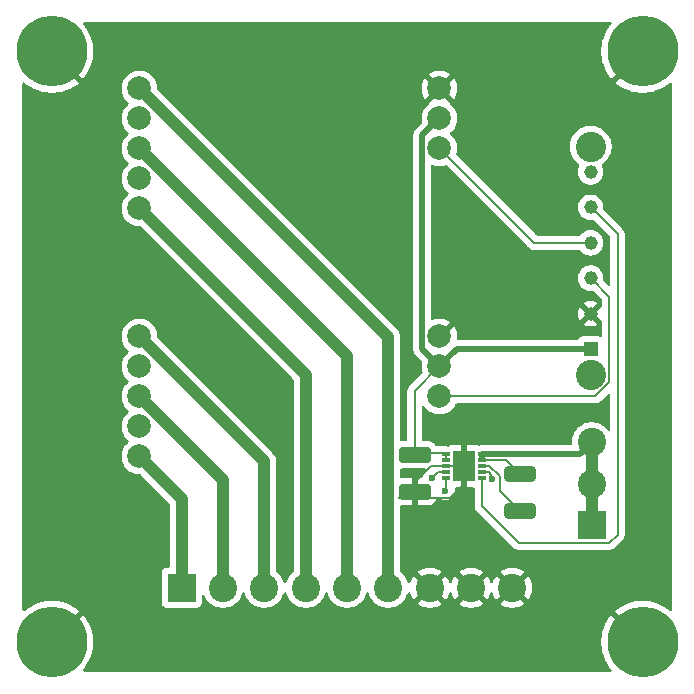
<source format=gtl>
%TF.GenerationSoftware,KiCad,Pcbnew,9.0.0*%
%TF.CreationDate,2025-04-09T17:27:32-07:00*%
%TF.ProjectId,Relay Board,52656c61-7920-4426-9f61-72642e6b6963,rev?*%
%TF.SameCoordinates,Original*%
%TF.FileFunction,Copper,L1,Top*%
%TF.FilePolarity,Positive*%
%FSLAX46Y46*%
G04 Gerber Fmt 4.6, Leading zero omitted, Abs format (unit mm)*
G04 Created by KiCad (PCBNEW 9.0.0) date 2025-04-09 17:27:32*
%MOMM*%
%LPD*%
G01*
G04 APERTURE LIST*
G04 Aperture macros list*
%AMRoundRect*
0 Rectangle with rounded corners*
0 $1 Rounding radius*
0 $2 $3 $4 $5 $6 $7 $8 $9 X,Y pos of 4 corners*
0 Add a 4 corners polygon primitive as box body*
4,1,4,$2,$3,$4,$5,$6,$7,$8,$9,$2,$3,0*
0 Add four circle primitives for the rounded corners*
1,1,$1+$1,$2,$3*
1,1,$1+$1,$4,$5*
1,1,$1+$1,$6,$7*
1,1,$1+$1,$8,$9*
0 Add four rect primitives between the rounded corners*
20,1,$1+$1,$2,$3,$4,$5,0*
20,1,$1+$1,$4,$5,$6,$7,0*
20,1,$1+$1,$6,$7,$8,$9,0*
20,1,$1+$1,$8,$9,$2,$3,0*%
G04 Aperture macros list end*
%TA.AperFunction,ComponentPad*%
%ADD10C,2.000000*%
%TD*%
%TA.AperFunction,SMDPad,CuDef*%
%ADD11R,0.750000X0.300000*%
%TD*%
%TA.AperFunction,SMDPad,CuDef*%
%ADD12R,1.900000X2.600000*%
%TD*%
%TA.AperFunction,ComponentPad*%
%ADD13R,1.170000X1.170000*%
%TD*%
%TA.AperFunction,ComponentPad*%
%ADD14C,1.170000*%
%TD*%
%TA.AperFunction,ComponentPad*%
%ADD15C,2.560000*%
%TD*%
%TA.AperFunction,SMDPad,CuDef*%
%ADD16RoundRect,0.250000X-1.100000X0.412500X-1.100000X-0.412500X1.100000X-0.412500X1.100000X0.412500X0*%
%TD*%
%TA.AperFunction,ComponentPad*%
%ADD17R,2.400000X2.400000*%
%TD*%
%TA.AperFunction,ComponentPad*%
%ADD18C,2.400000*%
%TD*%
%TA.AperFunction,ComponentPad*%
%ADD19C,6.000000*%
%TD*%
%TA.AperFunction,SMDPad,CuDef*%
%ADD20RoundRect,0.250000X1.075000X-0.400000X1.075000X0.400000X-1.075000X0.400000X-1.075000X-0.400000X0*%
%TD*%
%TA.AperFunction,ViaPad*%
%ADD21C,0.600000*%
%TD*%
%TA.AperFunction,Conductor*%
%ADD22C,0.200000*%
%TD*%
%TA.AperFunction,Conductor*%
%ADD23C,0.500000*%
%TD*%
%TA.AperFunction,Conductor*%
%ADD24C,1.000000*%
%TD*%
G04 APERTURE END LIST*
D10*
%TO.P,K2,*%
%TO.N,*%
X107800000Y-106740000D03*
X107800000Y-101660000D03*
%TO.P,K2,1,Signal*%
%TO.N,Net-(J1-Pin_4)*%
X133200000Y-104200000D03*
%TO.P,K2,2,5v*%
%TO.N,5v*%
X133200000Y-101660000D03*
%TO.P,K2,3,Gnd*%
%TO.N,GND*%
X133200000Y-99120000D03*
%TO.P,K2,4*%
%TO.N,Net-(J2-Pin_6)*%
X107800000Y-99120000D03*
%TO.P,K2,5*%
%TO.N,Net-(J2-Pin_5)*%
X107800000Y-104200000D03*
%TO.P,K2,6*%
%TO.N,Net-(J2-Pin_4)*%
X107800000Y-109280000D03*
%TD*%
D11*
%TO.P,IC1,1,VCC_1*%
%TO.N,5v*%
X133800000Y-130100000D03*
%TO.P,IC1,2,VCC_2*%
X133800000Y-130600000D03*
%TO.P,IC1,3,GND*%
%TO.N,GND*%
X133800000Y-131100000D03*
%TO.P,IC1,4,IMON*%
%TO.N,Net-(IC1-IMON)*%
X133800000Y-131600000D03*
%TO.P,IC1,5,VC_SEL*%
%TO.N,Net-(IC1-VC_SEL)*%
X133800000Y-132100000D03*
%TO.P,IC1,6,FLAG*%
%TO.N,Net-(IC1-FLAG)*%
X136800000Y-132100000D03*
%TO.P,IC1,7,EN*%
%TO.N,Net-(IC1-EN)*%
X136800000Y-131600000D03*
%TO.P,IC1,8,ILIM*%
%TO.N,Net-(IC1-ILIM)*%
X136800000Y-131100000D03*
%TO.P,IC1,9,SRC_1*%
%TO.N,Net-(IC1-SRC_1)*%
X136800000Y-130600000D03*
%TO.P,IC1,10,SRC_2*%
X136800000Y-130100000D03*
D12*
%TO.P,IC1,11,EP*%
%TO.N,GND*%
X135300000Y-131100000D03*
%TD*%
D13*
%TO.P,J1,1,Pin_1*%
%TO.N,5v*%
X146000000Y-121200000D03*
D14*
%TO.P,J1,2,Pin_2*%
%TO.N,GND*%
X146000000Y-118200000D03*
%TO.P,J1,3,Pin_3*%
%TO.N,Net-(J1-Pin_3)*%
X146000000Y-115200000D03*
%TO.P,J1,4,Pin_4*%
%TO.N,Net-(J1-Pin_4)*%
X146000000Y-112200000D03*
%TO.P,J1,5,Pin_5*%
%TO.N,Net-(IC1-FLAG)*%
X146000000Y-109200000D03*
%TO.P,J1,6,Pin_6*%
%TO.N,Net-(IC1-EN)*%
X146000000Y-106200000D03*
D15*
%TO.P,J1,7*%
%TO.N,N/C*%
X146000000Y-123350000D03*
%TO.P,J1,8*%
X146000000Y-104050000D03*
%TD*%
D16*
%TO.P,C1,1*%
%TO.N,5v*%
X131100000Y-130137500D03*
%TO.P,C1,2*%
%TO.N,GND*%
X131100000Y-133262500D03*
%TD*%
D17*
%TO.P,J2,1,Pin_1*%
%TO.N,Net-(J2-Pin_1)*%
X111378214Y-141400000D03*
D18*
%TO.P,J2,2,Pin_2*%
%TO.N,Net-(J2-Pin_2)*%
X114878214Y-141400000D03*
%TO.P,J2,3,Pin_3*%
%TO.N,Net-(J2-Pin_3)*%
X118378214Y-141400000D03*
%TO.P,J2,4,Pin_4*%
%TO.N,Net-(J2-Pin_4)*%
X121878214Y-141400000D03*
%TO.P,J2,5,Pin_5*%
%TO.N,Net-(J2-Pin_5)*%
X125378214Y-141400000D03*
%TO.P,J2,6,Pin_6*%
%TO.N,Net-(J2-Pin_6)*%
X128878214Y-141400000D03*
%TO.P,J2,7,Pin_7*%
%TO.N,GND*%
X132378214Y-141400000D03*
%TO.P,J2,8,Pin_8*%
X135878214Y-141400000D03*
%TO.P,J2,9,Pin_9*%
X139378214Y-141400000D03*
%TD*%
D19*
%TO.P,REF\u002A\u002A,1*%
%TO.N,GND*%
X150400000Y-146000000D03*
%TD*%
%TO.P,REF\u002A\u002A,1*%
%TO.N,GND*%
X100400000Y-146000000D03*
%TD*%
D17*
%TO.P,J3,1,Pin_1*%
%TO.N,Net-(IC1-SRC_1)*%
X146100000Y-136100000D03*
D18*
%TO.P,J3,2,Pin_2*%
X146100000Y-132600000D03*
%TO.P,J3,3,Pin_3*%
X146100000Y-129100000D03*
%TD*%
D19*
%TO.P,REF\u002A\u002A,1*%
%TO.N,GND*%
X150400000Y-96000000D03*
%TD*%
D20*
%TO.P,R1,1*%
%TO.N,Net-(IC1-ILIM)*%
X140000000Y-134900000D03*
%TO.P,R1,2*%
%TO.N,Net-(IC1-SRC_1)*%
X140000000Y-131800000D03*
%TD*%
D10*
%TO.P,K1,*%
%TO.N,*%
X107800000Y-127740000D03*
X107800000Y-122660000D03*
%TO.P,K1,1,Signal*%
%TO.N,Net-(J1-Pin_3)*%
X133200000Y-125200000D03*
%TO.P,K1,2,5v*%
%TO.N,5v*%
X133200000Y-122660000D03*
%TO.P,K1,3,Gnd*%
%TO.N,GND*%
X133200000Y-120120000D03*
%TO.P,K1,4*%
%TO.N,Net-(J2-Pin_3)*%
X107800000Y-120120000D03*
%TO.P,K1,5*%
%TO.N,Net-(J2-Pin_2)*%
X107800000Y-125200000D03*
%TO.P,K1,6*%
%TO.N,Net-(J2-Pin_1)*%
X107800000Y-130280000D03*
%TD*%
D19*
%TO.P,REF\u002A\u002A,1*%
%TO.N,GND*%
X100400000Y-96000000D03*
%TD*%
D21*
%TO.N,Net-(IC1-VC_SEL)*%
X133700000Y-133200000D03*
%TO.N,Net-(IC1-EN)*%
X137674999Y-132196529D03*
%TO.N,Net-(IC1-IMON)*%
X132550000Y-132150000D03*
%TD*%
D22*
%TO.N,Net-(IC1-IMON)*%
X132550000Y-132150000D02*
X133100000Y-131600000D01*
X133100000Y-131600000D02*
X133800000Y-131600000D01*
%TO.N,Net-(IC1-VC_SEL)*%
X133800000Y-133100000D02*
X133700000Y-133200000D01*
X133800000Y-132100000D02*
X133800000Y-133100000D01*
%TO.N,GND*%
X135300000Y-132600000D02*
X135300000Y-131100000D01*
X132500000Y-131100000D02*
X129800000Y-133800000D01*
X134100000Y-133800000D02*
X135300000Y-132600000D01*
X133800000Y-131100000D02*
X132500000Y-131100000D01*
X129800000Y-133800000D02*
X134100000Y-133800000D01*
%TO.N,Net-(IC1-EN)*%
X137600000Y-131840100D02*
X137359900Y-131600000D01*
X137600000Y-132121530D02*
X137600000Y-131840100D01*
X137674999Y-132196529D02*
X137600000Y-132121530D01*
X137359900Y-131600000D02*
X136800000Y-131600000D01*
%TO.N,Net-(IC1-ILIM)*%
X138300000Y-131973000D02*
X137427000Y-131100000D01*
X137427000Y-131100000D02*
X136800000Y-131100000D01*
X140000000Y-134900000D02*
X138300000Y-133200000D01*
X138300000Y-133200000D02*
X138300000Y-131973000D01*
%TO.N,Net-(J1-Pin_3)*%
X147581000Y-116781000D02*
X147581000Y-124004872D01*
X146000000Y-115200000D02*
X147581000Y-116781000D01*
X147581000Y-124004872D02*
X146385872Y-125200000D01*
X146385872Y-125200000D02*
X133200000Y-125200000D01*
%TO.N,Net-(J1-Pin_4)*%
X141200000Y-112200000D02*
X133200000Y-104200000D01*
X146000000Y-112200000D02*
X141200000Y-112200000D01*
D23*
%TO.N,5v*%
X131749000Y-103111000D02*
X133200000Y-101660000D01*
D22*
X133800000Y-130100000D02*
X133800000Y-130600000D01*
X131100000Y-124760000D02*
X133200000Y-122660000D01*
X131100000Y-130037500D02*
X133737500Y-130037500D01*
X133737500Y-130037500D02*
X133800000Y-130100000D01*
D23*
X146000000Y-121200000D02*
X134660000Y-121200000D01*
D22*
X131100000Y-130037500D02*
X131100000Y-124760000D01*
D23*
X134660000Y-121200000D02*
X133200000Y-122660000D01*
X131749000Y-121209000D02*
X131749000Y-103111000D01*
X133200000Y-122660000D02*
X131749000Y-121209000D01*
D22*
%TO.N,GND*%
X135300000Y-131100000D02*
X133800000Y-131100000D01*
D24*
%TO.N,Net-(J2-Pin_6)*%
X128878214Y-120198214D02*
X128878214Y-141400000D01*
X107800000Y-99120000D02*
X128878214Y-120198214D01*
%TO.N,Net-(J2-Pin_5)*%
X107800000Y-104200000D02*
X125378214Y-121778214D01*
X125378214Y-121778214D02*
X125378214Y-141400000D01*
%TO.N,Net-(J2-Pin_4)*%
X121878214Y-123358214D02*
X121878214Y-141400000D01*
X107800000Y-109280000D02*
X121878214Y-123358214D01*
%TO.N,Net-(J2-Pin_3)*%
X107800000Y-120120000D02*
X118378214Y-130698214D01*
X118378214Y-130698214D02*
X118378214Y-141400000D01*
%TO.N,Net-(J2-Pin_2)*%
X114878214Y-132278214D02*
X114878214Y-141400000D01*
X107800000Y-125200000D02*
X114878214Y-132278214D01*
%TO.N,Net-(J2-Pin_1)*%
X107800000Y-130280000D02*
X111378214Y-133858214D01*
X111378214Y-133858214D02*
X111378214Y-141400000D01*
D23*
%TO.N,Net-(IC1-SRC_1)*%
X136800000Y-130100000D02*
X145100000Y-130100000D01*
D24*
X146100000Y-129100000D02*
X146100000Y-132600000D01*
D22*
X138800000Y-130600000D02*
X136800000Y-130600000D01*
D23*
X136800000Y-130100000D02*
X136800000Y-130499000D01*
D22*
X140000000Y-131800000D02*
X138800000Y-130600000D01*
D23*
X145100000Y-130100000D02*
X146100000Y-129100000D01*
D24*
X146100000Y-132600000D02*
X146100000Y-136100000D01*
D22*
%TO.N,Net-(IC1-FLAG)*%
X148282000Y-136920000D02*
X148282000Y-111482000D01*
X148282000Y-111482000D02*
X146000000Y-109200000D01*
X147601000Y-137601000D02*
X148282000Y-136920000D01*
X136800000Y-134500000D02*
X139901000Y-137601000D01*
X136800000Y-132100000D02*
X136800000Y-134500000D01*
X139901000Y-137601000D02*
X147601000Y-137601000D01*
%TD*%
%TA.AperFunction,Conductor*%
%TO.N,GND*%
G36*
X147728398Y-93520185D02*
G01*
X147774153Y-93572989D01*
X147784097Y-93642147D01*
X147757212Y-93703165D01*
X147585387Y-93912532D01*
X147585377Y-93912546D01*
X147394333Y-94198463D01*
X147394322Y-94198481D01*
X147232226Y-94501744D01*
X147232219Y-94501758D01*
X147100623Y-94819459D01*
X147000792Y-95148556D01*
X147000791Y-95148562D01*
X146933708Y-95485817D01*
X146933705Y-95485834D01*
X146900000Y-95828059D01*
X146900000Y-96171940D01*
X146933705Y-96514165D01*
X146933708Y-96514182D01*
X147000791Y-96851437D01*
X147000792Y-96851443D01*
X147100623Y-97180540D01*
X147232219Y-97498241D01*
X147232226Y-97498255D01*
X147394322Y-97801518D01*
X147394333Y-97801536D01*
X147585377Y-98087453D01*
X147585387Y-98087467D01*
X147753785Y-98292659D01*
X147753786Y-98292660D01*
X149177340Y-96869105D01*
X149255864Y-96977184D01*
X149422816Y-97144136D01*
X149530892Y-97222658D01*
X148107338Y-98646212D01*
X148107339Y-98646213D01*
X148312533Y-98814612D01*
X148312546Y-98814622D01*
X148598463Y-99005666D01*
X148598481Y-99005677D01*
X148901744Y-99167773D01*
X148901758Y-99167780D01*
X149219459Y-99299376D01*
X149548556Y-99399207D01*
X149548562Y-99399208D01*
X149885817Y-99466291D01*
X149885834Y-99466294D01*
X150228059Y-99500000D01*
X150571941Y-99500000D01*
X150914165Y-99466294D01*
X150914182Y-99466291D01*
X151251437Y-99399208D01*
X151251443Y-99399207D01*
X151580540Y-99299376D01*
X151898241Y-99167780D01*
X151898255Y-99167773D01*
X152201518Y-99005677D01*
X152201536Y-99005666D01*
X152487453Y-98814622D01*
X152487467Y-98814612D01*
X152696835Y-98642788D01*
X152761145Y-98615475D01*
X152830012Y-98627266D01*
X152881573Y-98674418D01*
X152899500Y-98738641D01*
X152899500Y-143261358D01*
X152879815Y-143328397D01*
X152827011Y-143374152D01*
X152757853Y-143384096D01*
X152696835Y-143357211D01*
X152487467Y-143185387D01*
X152487453Y-143185377D01*
X152201536Y-142994333D01*
X152201518Y-142994322D01*
X151898255Y-142832226D01*
X151898241Y-142832219D01*
X151580540Y-142700623D01*
X151251443Y-142600792D01*
X151251437Y-142600791D01*
X150914182Y-142533708D01*
X150914165Y-142533705D01*
X150571941Y-142500000D01*
X150228059Y-142500000D01*
X149885834Y-142533705D01*
X149885817Y-142533708D01*
X149548562Y-142600791D01*
X149548556Y-142600792D01*
X149219459Y-142700623D01*
X148901758Y-142832219D01*
X148901744Y-142832226D01*
X148598481Y-142994322D01*
X148598463Y-142994333D01*
X148312546Y-143185377D01*
X148312532Y-143185387D01*
X148107338Y-143353786D01*
X149530893Y-144777341D01*
X149422816Y-144855864D01*
X149255864Y-145022816D01*
X149177341Y-145130893D01*
X147753786Y-143707338D01*
X147585387Y-143912532D01*
X147585377Y-143912546D01*
X147394333Y-144198463D01*
X147394322Y-144198481D01*
X147232226Y-144501744D01*
X147232219Y-144501758D01*
X147100623Y-144819459D01*
X147000792Y-145148556D01*
X147000791Y-145148562D01*
X146933708Y-145485817D01*
X146933705Y-145485834D01*
X146900000Y-145828059D01*
X146900000Y-146171940D01*
X146933705Y-146514165D01*
X146933708Y-146514182D01*
X147000791Y-146851437D01*
X147000792Y-146851443D01*
X147100623Y-147180540D01*
X147232219Y-147498241D01*
X147232226Y-147498255D01*
X147394322Y-147801518D01*
X147394333Y-147801536D01*
X147585377Y-148087453D01*
X147585387Y-148087467D01*
X147757212Y-148296835D01*
X147784525Y-148361145D01*
X147772734Y-148430012D01*
X147725582Y-148481573D01*
X147661359Y-148499500D01*
X103138641Y-148499500D01*
X103071602Y-148479815D01*
X103025847Y-148427011D01*
X103015903Y-148357853D01*
X103042788Y-148296835D01*
X103214612Y-148087467D01*
X103214622Y-148087453D01*
X103405666Y-147801536D01*
X103405677Y-147801518D01*
X103567773Y-147498255D01*
X103567780Y-147498241D01*
X103699376Y-147180540D01*
X103799207Y-146851443D01*
X103799208Y-146851437D01*
X103866291Y-146514182D01*
X103866294Y-146514165D01*
X103900000Y-146171940D01*
X103900000Y-145828059D01*
X103866294Y-145485834D01*
X103866291Y-145485817D01*
X103799208Y-145148562D01*
X103799207Y-145148556D01*
X103699376Y-144819459D01*
X103567780Y-144501758D01*
X103567773Y-144501744D01*
X103405677Y-144198481D01*
X103405666Y-144198463D01*
X103214622Y-143912546D01*
X103214612Y-143912533D01*
X103046213Y-143707339D01*
X103046212Y-143707338D01*
X101622658Y-145130892D01*
X101544136Y-145022816D01*
X101377184Y-144855864D01*
X101269105Y-144777340D01*
X102692660Y-143353786D01*
X102692659Y-143353785D01*
X102487467Y-143185387D01*
X102487453Y-143185377D01*
X102201536Y-142994333D01*
X102201518Y-142994322D01*
X101898255Y-142832226D01*
X101898241Y-142832219D01*
X101580540Y-142700623D01*
X101251443Y-142600792D01*
X101251437Y-142600791D01*
X100914182Y-142533708D01*
X100914165Y-142533705D01*
X100571941Y-142500000D01*
X100228059Y-142500000D01*
X99885834Y-142533705D01*
X99885817Y-142533708D01*
X99548562Y-142600791D01*
X99548556Y-142600792D01*
X99219459Y-142700623D01*
X98901758Y-142832219D01*
X98901744Y-142832226D01*
X98598481Y-142994322D01*
X98598463Y-142994333D01*
X98312546Y-143185377D01*
X98312532Y-143185387D01*
X98103165Y-143357211D01*
X98038855Y-143384524D01*
X97969987Y-143372733D01*
X97918427Y-143325581D01*
X97900500Y-143261358D01*
X97900500Y-98738641D01*
X97920185Y-98671602D01*
X97972989Y-98625847D01*
X98042147Y-98615903D01*
X98103165Y-98642788D01*
X98312532Y-98814612D01*
X98312546Y-98814622D01*
X98598463Y-99005666D01*
X98598481Y-99005677D01*
X98901744Y-99167773D01*
X98901758Y-99167780D01*
X99219459Y-99299376D01*
X99548556Y-99399207D01*
X99548562Y-99399208D01*
X99885817Y-99466291D01*
X99885834Y-99466294D01*
X100228059Y-99500000D01*
X100571941Y-99500000D01*
X100914165Y-99466294D01*
X100914182Y-99466291D01*
X101251437Y-99399208D01*
X101251443Y-99399207D01*
X101580540Y-99299376D01*
X101898241Y-99167780D01*
X101898255Y-99167773D01*
X102201518Y-99005677D01*
X102201536Y-99005666D01*
X102207169Y-99001902D01*
X106299500Y-99001902D01*
X106299500Y-99238097D01*
X106336446Y-99471368D01*
X106409433Y-99695996D01*
X106516519Y-99906163D01*
X106516657Y-99906433D01*
X106655483Y-100097510D01*
X106822490Y-100264517D01*
X106857127Y-100289683D01*
X106899792Y-100345013D01*
X106905771Y-100414626D01*
X106873165Y-100476421D01*
X106857130Y-100490315D01*
X106839365Y-100503222D01*
X106822488Y-100515484D01*
X106655485Y-100682487D01*
X106655485Y-100682488D01*
X106655483Y-100682490D01*
X106595862Y-100764550D01*
X106516657Y-100873566D01*
X106409433Y-101084003D01*
X106336446Y-101308631D01*
X106299500Y-101541902D01*
X106299500Y-101778097D01*
X106336446Y-102011368D01*
X106409433Y-102235996D01*
X106472808Y-102360375D01*
X106516657Y-102446433D01*
X106655483Y-102637510D01*
X106822490Y-102804517D01*
X106857127Y-102829683D01*
X106899792Y-102885013D01*
X106905771Y-102954626D01*
X106873165Y-103016421D01*
X106857130Y-103030315D01*
X106847821Y-103037079D01*
X106822488Y-103055484D01*
X106655485Y-103222487D01*
X106655485Y-103222488D01*
X106655483Y-103222490D01*
X106627644Y-103260807D01*
X106516657Y-103413566D01*
X106409433Y-103624003D01*
X106336446Y-103848631D01*
X106299500Y-104081902D01*
X106299500Y-104318097D01*
X106336446Y-104551368D01*
X106409433Y-104775996D01*
X106516657Y-104986433D01*
X106655483Y-105177510D01*
X106822490Y-105344517D01*
X106857127Y-105369683D01*
X106899792Y-105425013D01*
X106905771Y-105494626D01*
X106873165Y-105556421D01*
X106857130Y-105570315D01*
X106839365Y-105583222D01*
X106822488Y-105595484D01*
X106655485Y-105762487D01*
X106655485Y-105762488D01*
X106655483Y-105762490D01*
X106640356Y-105783311D01*
X106516657Y-105953566D01*
X106409433Y-106164003D01*
X106336446Y-106388631D01*
X106299500Y-106621902D01*
X106299500Y-106858097D01*
X106336446Y-107091368D01*
X106409433Y-107315996D01*
X106516657Y-107526433D01*
X106655483Y-107717510D01*
X106822490Y-107884517D01*
X106857127Y-107909683D01*
X106899792Y-107965013D01*
X106905771Y-108034626D01*
X106873165Y-108096421D01*
X106857130Y-108110315D01*
X106839365Y-108123222D01*
X106822488Y-108135484D01*
X106655485Y-108302487D01*
X106655485Y-108302488D01*
X106655483Y-108302490D01*
X106604961Y-108372027D01*
X106516657Y-108493566D01*
X106409433Y-108704003D01*
X106336446Y-108928631D01*
X106299500Y-109161902D01*
X106299500Y-109398097D01*
X106336446Y-109631368D01*
X106409433Y-109855996D01*
X106516657Y-110066433D01*
X106655483Y-110257510D01*
X106822490Y-110424517D01*
X107013567Y-110563343D01*
X107112991Y-110614002D01*
X107224003Y-110670566D01*
X107224005Y-110670566D01*
X107224008Y-110670568D01*
X107344412Y-110709689D01*
X107448631Y-110743553D01*
X107681903Y-110780500D01*
X107681908Y-110780500D01*
X107834218Y-110780500D01*
X107901257Y-110800185D01*
X107921899Y-110816819D01*
X120841395Y-123736315D01*
X120874880Y-123797638D01*
X120877714Y-123823996D01*
X120877714Y-139963126D01*
X120858029Y-140030165D01*
X120829201Y-140061502D01*
X120754584Y-140118757D01*
X120596971Y-140276370D01*
X120596965Y-140276377D01*
X120461272Y-140453217D01*
X120461266Y-140453226D01*
X120349809Y-140646273D01*
X120349807Y-140646277D01*
X120264507Y-140852209D01*
X120264505Y-140852216D01*
X120264504Y-140852219D01*
X120247988Y-140913857D01*
X120211624Y-140973516D01*
X120148777Y-141004045D01*
X120079401Y-140995750D01*
X120025523Y-140951265D01*
X120008440Y-140913858D01*
X119991924Y-140852219D01*
X119906619Y-140646274D01*
X119795162Y-140453226D01*
X119659461Y-140276376D01*
X119659456Y-140276370D01*
X119501843Y-140118757D01*
X119427227Y-140061502D01*
X119386025Y-140005074D01*
X119378714Y-139963126D01*
X119378714Y-130599673D01*
X119366928Y-130540423D01*
X119340266Y-130406379D01*
X119264846Y-130224300D01*
X119264845Y-130224299D01*
X119264842Y-130224293D01*
X119155354Y-130060433D01*
X119155351Y-130060429D01*
X109336819Y-120241897D01*
X109303334Y-120180574D01*
X109300500Y-120154216D01*
X109300500Y-120001902D01*
X109263553Y-119768631D01*
X109190566Y-119544003D01*
X109134002Y-119432991D01*
X109083343Y-119333567D01*
X108944517Y-119142490D01*
X108777510Y-118975483D01*
X108586433Y-118836657D01*
X108375996Y-118729433D01*
X108151368Y-118656446D01*
X107918097Y-118619500D01*
X107918092Y-118619500D01*
X107681908Y-118619500D01*
X107681903Y-118619500D01*
X107448631Y-118656446D01*
X107224003Y-118729433D01*
X107013566Y-118836657D01*
X106956239Y-118878308D01*
X106822490Y-118975483D01*
X106822488Y-118975485D01*
X106822487Y-118975485D01*
X106655485Y-119142487D01*
X106655485Y-119142488D01*
X106655483Y-119142490D01*
X106609698Y-119205507D01*
X106516657Y-119333566D01*
X106409433Y-119544003D01*
X106336446Y-119768631D01*
X106299500Y-120001902D01*
X106299500Y-120238097D01*
X106336446Y-120471368D01*
X106409433Y-120695996D01*
X106512427Y-120898132D01*
X106516657Y-120906433D01*
X106655483Y-121097510D01*
X106822490Y-121264517D01*
X106857127Y-121289683D01*
X106899792Y-121345013D01*
X106905771Y-121414626D01*
X106873165Y-121476421D01*
X106857130Y-121490315D01*
X106839365Y-121503222D01*
X106822488Y-121515484D01*
X106655485Y-121682487D01*
X106655485Y-121682488D01*
X106655483Y-121682490D01*
X106595862Y-121764550D01*
X106516657Y-121873566D01*
X106409433Y-122084003D01*
X106336446Y-122308631D01*
X106299500Y-122541902D01*
X106299500Y-122778097D01*
X106336446Y-123011368D01*
X106409433Y-123235996D01*
X106516657Y-123446433D01*
X106655483Y-123637510D01*
X106822490Y-123804517D01*
X106857127Y-123829683D01*
X106899792Y-123885013D01*
X106905771Y-123954626D01*
X106873165Y-124016421D01*
X106857130Y-124030315D01*
X106839365Y-124043222D01*
X106822488Y-124055484D01*
X106655485Y-124222487D01*
X106655485Y-124222488D01*
X106655483Y-124222490D01*
X106614079Y-124279478D01*
X106516657Y-124413566D01*
X106409433Y-124624003D01*
X106336446Y-124848631D01*
X106299500Y-125081902D01*
X106299500Y-125318097D01*
X106336446Y-125551368D01*
X106409433Y-125775996D01*
X106496979Y-125947813D01*
X106516657Y-125986433D01*
X106655483Y-126177510D01*
X106822490Y-126344517D01*
X106857127Y-126369683D01*
X106899792Y-126425013D01*
X106905771Y-126494626D01*
X106873165Y-126556421D01*
X106857130Y-126570315D01*
X106839365Y-126583222D01*
X106822488Y-126595484D01*
X106655485Y-126762487D01*
X106655485Y-126762488D01*
X106655483Y-126762490D01*
X106595862Y-126844550D01*
X106516657Y-126953566D01*
X106409433Y-127164003D01*
X106336446Y-127388631D01*
X106299500Y-127621902D01*
X106299500Y-127858097D01*
X106336446Y-128091368D01*
X106409433Y-128315996D01*
X106490173Y-128474456D01*
X106516657Y-128526433D01*
X106655483Y-128717510D01*
X106822490Y-128884517D01*
X106857127Y-128909683D01*
X106899792Y-128965013D01*
X106905771Y-129034626D01*
X106873165Y-129096421D01*
X106857130Y-129110315D01*
X106839365Y-129123222D01*
X106822488Y-129135484D01*
X106655485Y-129302487D01*
X106655485Y-129302488D01*
X106655483Y-129302490D01*
X106621328Y-129349500D01*
X106516657Y-129493566D01*
X106409433Y-129704003D01*
X106336446Y-129928631D01*
X106299500Y-130161902D01*
X106299500Y-130398097D01*
X106336446Y-130631368D01*
X106409433Y-130855996D01*
X106492313Y-131018656D01*
X106516657Y-131066433D01*
X106655483Y-131257510D01*
X106822490Y-131424517D01*
X107013567Y-131563343D01*
X107112991Y-131614002D01*
X107224003Y-131670566D01*
X107224005Y-131670566D01*
X107224008Y-131670568D01*
X107344412Y-131709689D01*
X107448631Y-131743553D01*
X107681903Y-131780500D01*
X107681908Y-131780500D01*
X107834218Y-131780500D01*
X107901257Y-131800185D01*
X107921899Y-131816819D01*
X110341395Y-134236315D01*
X110374880Y-134297638D01*
X110377714Y-134323996D01*
X110377714Y-139575500D01*
X110358029Y-139642539D01*
X110305225Y-139688294D01*
X110253715Y-139699500D01*
X110130344Y-139699500D01*
X110130337Y-139699501D01*
X110070730Y-139705908D01*
X109935885Y-139756202D01*
X109935878Y-139756206D01*
X109820669Y-139842452D01*
X109820666Y-139842455D01*
X109734420Y-139957664D01*
X109734416Y-139957671D01*
X109684122Y-140092517D01*
X109677715Y-140152116D01*
X109677715Y-140152123D01*
X109677714Y-140152135D01*
X109677714Y-142647870D01*
X109677715Y-142647876D01*
X109684122Y-142707483D01*
X109734416Y-142842328D01*
X109734420Y-142842335D01*
X109820666Y-142957544D01*
X109820669Y-142957547D01*
X109935878Y-143043793D01*
X109935885Y-143043797D01*
X110070731Y-143094091D01*
X110070730Y-143094091D01*
X110077658Y-143094835D01*
X110130341Y-143100500D01*
X112626086Y-143100499D01*
X112685697Y-143094091D01*
X112820545Y-143043796D01*
X112935760Y-142957546D01*
X113022010Y-142842331D01*
X113072305Y-142707483D01*
X113078714Y-142647873D01*
X113078713Y-142122631D01*
X113098397Y-142055595D01*
X113151201Y-142009840D01*
X113220360Y-141999896D01*
X113283916Y-142028921D01*
X113317274Y-142075181D01*
X113349806Y-142153721D01*
X113349807Y-142153722D01*
X113349809Y-142153726D01*
X113461266Y-142346774D01*
X113461271Y-142346780D01*
X113461272Y-142346782D01*
X113596965Y-142523622D01*
X113596971Y-142523629D01*
X113754584Y-142681242D01*
X113754591Y-142681248D01*
X113864984Y-142765955D01*
X113931440Y-142816948D01*
X114124488Y-142928405D01*
X114194836Y-142957544D01*
X114329288Y-143013236D01*
X114330433Y-143013710D01*
X114545751Y-143071404D01*
X114766757Y-143100500D01*
X114766764Y-143100500D01*
X114989664Y-143100500D01*
X114989671Y-143100500D01*
X115210677Y-143071404D01*
X115425995Y-143013710D01*
X115631940Y-142928405D01*
X115824988Y-142816948D01*
X116001838Y-142681247D01*
X116159461Y-142523624D01*
X116295162Y-142346774D01*
X116406619Y-142153726D01*
X116491924Y-141947781D01*
X116508439Y-141886142D01*
X116544804Y-141826483D01*
X116607651Y-141795954D01*
X116677026Y-141804249D01*
X116730904Y-141848734D01*
X116747987Y-141886141D01*
X116764461Y-141947620D01*
X116764504Y-141947780D01*
X116764507Y-141947790D01*
X116849807Y-142153721D01*
X116849809Y-142153726D01*
X116961266Y-142346774D01*
X116961271Y-142346780D01*
X116961272Y-142346782D01*
X117096965Y-142523622D01*
X117096971Y-142523629D01*
X117254584Y-142681242D01*
X117254591Y-142681248D01*
X117364984Y-142765955D01*
X117431440Y-142816948D01*
X117624488Y-142928405D01*
X117694836Y-142957544D01*
X117829288Y-143013236D01*
X117830433Y-143013710D01*
X118045751Y-143071404D01*
X118266757Y-143100500D01*
X118266764Y-143100500D01*
X118489664Y-143100500D01*
X118489671Y-143100500D01*
X118710677Y-143071404D01*
X118925995Y-143013710D01*
X119131940Y-142928405D01*
X119324988Y-142816948D01*
X119501838Y-142681247D01*
X119659461Y-142523624D01*
X119795162Y-142346774D01*
X119906619Y-142153726D01*
X119991924Y-141947781D01*
X120008439Y-141886142D01*
X120044804Y-141826483D01*
X120107651Y-141795954D01*
X120177026Y-141804249D01*
X120230904Y-141848734D01*
X120247987Y-141886141D01*
X120264461Y-141947620D01*
X120264504Y-141947780D01*
X120264507Y-141947790D01*
X120349807Y-142153721D01*
X120349809Y-142153726D01*
X120461266Y-142346774D01*
X120461271Y-142346780D01*
X120461272Y-142346782D01*
X120596965Y-142523622D01*
X120596971Y-142523629D01*
X120754584Y-142681242D01*
X120754591Y-142681248D01*
X120864984Y-142765955D01*
X120931440Y-142816948D01*
X121124488Y-142928405D01*
X121194836Y-142957544D01*
X121329288Y-143013236D01*
X121330433Y-143013710D01*
X121545751Y-143071404D01*
X121766757Y-143100500D01*
X121766764Y-143100500D01*
X121989664Y-143100500D01*
X121989671Y-143100500D01*
X122210677Y-143071404D01*
X122425995Y-143013710D01*
X122631940Y-142928405D01*
X122824988Y-142816948D01*
X123001838Y-142681247D01*
X123159461Y-142523624D01*
X123295162Y-142346774D01*
X123406619Y-142153726D01*
X123491924Y-141947781D01*
X123508439Y-141886142D01*
X123544804Y-141826483D01*
X123607651Y-141795954D01*
X123677026Y-141804249D01*
X123730904Y-141848734D01*
X123747987Y-141886141D01*
X123764461Y-141947620D01*
X123764504Y-141947780D01*
X123764507Y-141947790D01*
X123849807Y-142153721D01*
X123849809Y-142153726D01*
X123961266Y-142346774D01*
X123961271Y-142346780D01*
X123961272Y-142346782D01*
X124096965Y-142523622D01*
X124096971Y-142523629D01*
X124254584Y-142681242D01*
X124254591Y-142681248D01*
X124364984Y-142765955D01*
X124431440Y-142816948D01*
X124624488Y-142928405D01*
X124694836Y-142957544D01*
X124829288Y-143013236D01*
X124830433Y-143013710D01*
X125045751Y-143071404D01*
X125266757Y-143100500D01*
X125266764Y-143100500D01*
X125489664Y-143100500D01*
X125489671Y-143100500D01*
X125710677Y-143071404D01*
X125925995Y-143013710D01*
X126131940Y-142928405D01*
X126324988Y-142816948D01*
X126501838Y-142681247D01*
X126659461Y-142523624D01*
X126795162Y-142346774D01*
X126906619Y-142153726D01*
X126991924Y-141947781D01*
X127008439Y-141886142D01*
X127044804Y-141826483D01*
X127107651Y-141795954D01*
X127177026Y-141804249D01*
X127230904Y-141848734D01*
X127247987Y-141886141D01*
X127264461Y-141947620D01*
X127264504Y-141947780D01*
X127264507Y-141947790D01*
X127349807Y-142153721D01*
X127349809Y-142153726D01*
X127461266Y-142346774D01*
X127461271Y-142346780D01*
X127461272Y-142346782D01*
X127596965Y-142523622D01*
X127596971Y-142523629D01*
X127754584Y-142681242D01*
X127754591Y-142681248D01*
X127864984Y-142765955D01*
X127931440Y-142816948D01*
X128124488Y-142928405D01*
X128194836Y-142957544D01*
X128329288Y-143013236D01*
X128330433Y-143013710D01*
X128545751Y-143071404D01*
X128766757Y-143100500D01*
X128766764Y-143100500D01*
X128989664Y-143100500D01*
X128989671Y-143100500D01*
X129210677Y-143071404D01*
X129425995Y-143013710D01*
X129631940Y-142928405D01*
X129824988Y-142816948D01*
X130001838Y-142681247D01*
X130001843Y-142681242D01*
X130052764Y-142630322D01*
X130159456Y-142523629D01*
X130159461Y-142523624D01*
X130295162Y-142346774D01*
X130406619Y-142153726D01*
X130491924Y-141947781D01*
X130508698Y-141885177D01*
X130545061Y-141825519D01*
X130607908Y-141794989D01*
X130677283Y-141803283D01*
X130731162Y-141847768D01*
X130748247Y-141885178D01*
X130764978Y-141947620D01*
X130850259Y-142153502D01*
X130850268Y-142153520D01*
X130961678Y-142346491D01*
X130961687Y-142346504D01*
X131012254Y-142412403D01*
X131012257Y-142412403D01*
X131813601Y-141611059D01*
X131819103Y-141631591D01*
X131898095Y-141768408D01*
X132009806Y-141880119D01*
X132146623Y-141959111D01*
X132167154Y-141964612D01*
X131365809Y-142765955D01*
X131365809Y-142765956D01*
X131431721Y-142816533D01*
X131624699Y-142927949D01*
X131624711Y-142927954D01*
X131830595Y-143013236D01*
X132045846Y-143070911D01*
X132045859Y-143070914D01*
X132266789Y-143100000D01*
X132489639Y-143100000D01*
X132710568Y-143070914D01*
X132710581Y-143070911D01*
X132925832Y-143013236D01*
X133131716Y-142927954D01*
X133131728Y-142927949D01*
X133324712Y-142816530D01*
X133390617Y-142765957D01*
X133390618Y-142765956D01*
X132589273Y-141964612D01*
X132609805Y-141959111D01*
X132746622Y-141880119D01*
X132858333Y-141768408D01*
X132937325Y-141631591D01*
X132942826Y-141611059D01*
X133744170Y-142412404D01*
X133744171Y-142412403D01*
X133794744Y-142346498D01*
X133906163Y-142153514D01*
X133906168Y-142153502D01*
X133991450Y-141947618D01*
X134008439Y-141884214D01*
X134044803Y-141824554D01*
X134107650Y-141794024D01*
X134177026Y-141802318D01*
X134230904Y-141846803D01*
X134247989Y-141884214D01*
X134264977Y-141947618D01*
X134350259Y-142153502D01*
X134350268Y-142153520D01*
X134461678Y-142346491D01*
X134461687Y-142346504D01*
X134512254Y-142412403D01*
X134512257Y-142412403D01*
X135313601Y-141611059D01*
X135319103Y-141631591D01*
X135398095Y-141768408D01*
X135509806Y-141880119D01*
X135646623Y-141959111D01*
X135667154Y-141964612D01*
X134865809Y-142765955D01*
X134865809Y-142765956D01*
X134931721Y-142816533D01*
X135124699Y-142927949D01*
X135124711Y-142927954D01*
X135330595Y-143013236D01*
X135545846Y-143070911D01*
X135545859Y-143070914D01*
X135766789Y-143100000D01*
X135989639Y-143100000D01*
X136210568Y-143070914D01*
X136210581Y-143070911D01*
X136425832Y-143013236D01*
X136631716Y-142927954D01*
X136631728Y-142927949D01*
X136824712Y-142816530D01*
X136890617Y-142765957D01*
X136890618Y-142765956D01*
X136089273Y-141964612D01*
X136109805Y-141959111D01*
X136246622Y-141880119D01*
X136358333Y-141768408D01*
X136437325Y-141631591D01*
X136442826Y-141611059D01*
X137244170Y-142412404D01*
X137244171Y-142412403D01*
X137294744Y-142346498D01*
X137406163Y-142153514D01*
X137406168Y-142153502D01*
X137491450Y-141947618D01*
X137508439Y-141884214D01*
X137544803Y-141824554D01*
X137607650Y-141794024D01*
X137677026Y-141802318D01*
X137730904Y-141846803D01*
X137747989Y-141884214D01*
X137764977Y-141947618D01*
X137850259Y-142153502D01*
X137850268Y-142153520D01*
X137961678Y-142346491D01*
X137961687Y-142346504D01*
X138012254Y-142412403D01*
X138012257Y-142412403D01*
X138813601Y-141611059D01*
X138819103Y-141631591D01*
X138898095Y-141768408D01*
X139009806Y-141880119D01*
X139146623Y-141959111D01*
X139167154Y-141964612D01*
X138365809Y-142765955D01*
X138365809Y-142765956D01*
X138431721Y-142816533D01*
X138624699Y-142927949D01*
X138624711Y-142927954D01*
X138830595Y-143013236D01*
X139045846Y-143070911D01*
X139045859Y-143070914D01*
X139266789Y-143100000D01*
X139489639Y-143100000D01*
X139710568Y-143070914D01*
X139710581Y-143070911D01*
X139925832Y-143013236D01*
X140131716Y-142927954D01*
X140131728Y-142927949D01*
X140324712Y-142816530D01*
X140390617Y-142765957D01*
X140390618Y-142765956D01*
X139589273Y-141964612D01*
X139609805Y-141959111D01*
X139746622Y-141880119D01*
X139858333Y-141768408D01*
X139937325Y-141631591D01*
X139942826Y-141611059D01*
X140744170Y-142412404D01*
X140744171Y-142412403D01*
X140794744Y-142346498D01*
X140906163Y-142153514D01*
X140906168Y-142153502D01*
X140991450Y-141947618D01*
X141049125Y-141732367D01*
X141049128Y-141732354D01*
X141078214Y-141511424D01*
X141078214Y-141288575D01*
X141049128Y-141067645D01*
X141049125Y-141067632D01*
X140991450Y-140852381D01*
X140906168Y-140646497D01*
X140906163Y-140646485D01*
X140794747Y-140453507D01*
X140744170Y-140387595D01*
X140744169Y-140387595D01*
X139942826Y-141188939D01*
X139937325Y-141168409D01*
X139858333Y-141031592D01*
X139746622Y-140919881D01*
X139609805Y-140840889D01*
X139589272Y-140835387D01*
X140390617Y-140034043D01*
X140390617Y-140034040D01*
X140324718Y-139983473D01*
X140324705Y-139983464D01*
X140131734Y-139872054D01*
X140131716Y-139872045D01*
X139925832Y-139786763D01*
X139710581Y-139729088D01*
X139710568Y-139729085D01*
X139489639Y-139700000D01*
X139266789Y-139700000D01*
X139045859Y-139729085D01*
X139045846Y-139729088D01*
X138830595Y-139786763D01*
X138624711Y-139872045D01*
X138624693Y-139872054D01*
X138431725Y-139983462D01*
X138365809Y-140034042D01*
X139167155Y-140835387D01*
X139146623Y-140840889D01*
X139009806Y-140919881D01*
X138898095Y-141031592D01*
X138819103Y-141168409D01*
X138813601Y-141188940D01*
X138012256Y-140387595D01*
X137961676Y-140453511D01*
X137850268Y-140646479D01*
X137850259Y-140646497D01*
X137764977Y-140852381D01*
X137747989Y-140915785D01*
X137711624Y-140975446D01*
X137648777Y-141005975D01*
X137579402Y-140997680D01*
X137525524Y-140953195D01*
X137508439Y-140915785D01*
X137491450Y-140852381D01*
X137406168Y-140646497D01*
X137406163Y-140646485D01*
X137294747Y-140453507D01*
X137244170Y-140387595D01*
X137244169Y-140387595D01*
X136442826Y-141188939D01*
X136437325Y-141168409D01*
X136358333Y-141031592D01*
X136246622Y-140919881D01*
X136109805Y-140840889D01*
X136089272Y-140835387D01*
X136890617Y-140034043D01*
X136890617Y-140034041D01*
X136824718Y-139983473D01*
X136824705Y-139983464D01*
X136631734Y-139872054D01*
X136631716Y-139872045D01*
X136425832Y-139786763D01*
X136210581Y-139729088D01*
X136210568Y-139729085D01*
X135989639Y-139700000D01*
X135766789Y-139700000D01*
X135545859Y-139729085D01*
X135545846Y-139729088D01*
X135330595Y-139786763D01*
X135124711Y-139872045D01*
X135124693Y-139872054D01*
X134931725Y-139983462D01*
X134865809Y-140034042D01*
X135667155Y-140835387D01*
X135646623Y-140840889D01*
X135509806Y-140919881D01*
X135398095Y-141031592D01*
X135319103Y-141168409D01*
X135313601Y-141188940D01*
X134512256Y-140387595D01*
X134461676Y-140453511D01*
X134350268Y-140646479D01*
X134350259Y-140646497D01*
X134264977Y-140852381D01*
X134247989Y-140915785D01*
X134211624Y-140975446D01*
X134148777Y-141005975D01*
X134079402Y-140997680D01*
X134025524Y-140953195D01*
X134008439Y-140915785D01*
X133991450Y-140852381D01*
X133906168Y-140646497D01*
X133906163Y-140646485D01*
X133794747Y-140453507D01*
X133744170Y-140387595D01*
X133744169Y-140387595D01*
X132942826Y-141188939D01*
X132937325Y-141168409D01*
X132858333Y-141031592D01*
X132746622Y-140919881D01*
X132609805Y-140840889D01*
X132589272Y-140835387D01*
X133390617Y-140034043D01*
X133390617Y-140034041D01*
X133324718Y-139983473D01*
X133324705Y-139983464D01*
X133131734Y-139872054D01*
X133131716Y-139872045D01*
X132925832Y-139786763D01*
X132710581Y-139729088D01*
X132710568Y-139729085D01*
X132489639Y-139700000D01*
X132266789Y-139700000D01*
X132045859Y-139729085D01*
X132045846Y-139729088D01*
X131830595Y-139786763D01*
X131624711Y-139872045D01*
X131624693Y-139872054D01*
X131431725Y-139983462D01*
X131365809Y-140034042D01*
X132167155Y-140835387D01*
X132146623Y-140840889D01*
X132009806Y-140919881D01*
X131898095Y-141031592D01*
X131819103Y-141168409D01*
X131813601Y-141188940D01*
X131012256Y-140387595D01*
X130961676Y-140453511D01*
X130850268Y-140646479D01*
X130850259Y-140646497D01*
X130764978Y-140852379D01*
X130748247Y-140914821D01*
X130711881Y-140974481D01*
X130649034Y-141005010D01*
X130579659Y-140996715D01*
X130525781Y-140952229D01*
X130508698Y-140914824D01*
X130491924Y-140852219D01*
X130406619Y-140646274D01*
X130295162Y-140453226D01*
X130159461Y-140276376D01*
X130159456Y-140276370D01*
X130055985Y-140172899D01*
X130055977Y-140172892D01*
X130001838Y-140118753D01*
X129924402Y-140059334D01*
X129921696Y-140056999D01*
X129904608Y-140030525D01*
X129886025Y-140005074D01*
X129885227Y-140000497D01*
X129883806Y-139998295D01*
X129883794Y-139992273D01*
X129878714Y-139963126D01*
X129878714Y-134548999D01*
X129898399Y-134481960D01*
X129951203Y-134436205D01*
X130002714Y-134424999D01*
X130849999Y-134424999D01*
X130850000Y-134424998D01*
X130850000Y-132100000D01*
X130002714Y-132100000D01*
X129935675Y-132080315D01*
X129889920Y-132027511D01*
X129878714Y-131976000D01*
X129878714Y-131424499D01*
X129898399Y-131357460D01*
X129951203Y-131311705D01*
X130002709Y-131300499D01*
X131971732Y-131300499D01*
X132038771Y-131320184D01*
X132084526Y-131372988D01*
X132094470Y-131442146D01*
X132065445Y-131505702D01*
X132044374Y-131524292D01*
X132044419Y-131524347D01*
X132042885Y-131525605D01*
X132040626Y-131527599D01*
X132039712Y-131528209D01*
X132039707Y-131528213D01*
X131928213Y-131639707D01*
X131928210Y-131639711D01*
X131840609Y-131770814D01*
X131840602Y-131770827D01*
X131780264Y-131916498D01*
X131780261Y-131916510D01*
X131763616Y-132000191D01*
X131731231Y-132062102D01*
X131670516Y-132096676D01*
X131641999Y-132100000D01*
X131350000Y-132100000D01*
X131350000Y-134424999D01*
X132249972Y-134424999D01*
X132249986Y-134424998D01*
X132352697Y-134414505D01*
X132519119Y-134359358D01*
X132519124Y-134359356D01*
X132668345Y-134267315D01*
X132792315Y-134143345D01*
X132884356Y-133994124D01*
X132884358Y-133994119D01*
X132940015Y-133826158D01*
X132979787Y-133768713D01*
X133044303Y-133741890D01*
X133113079Y-133754205D01*
X133145402Y-133777481D01*
X133189707Y-133821786D01*
X133189711Y-133821789D01*
X133320814Y-133909390D01*
X133320827Y-133909397D01*
X133466097Y-133969569D01*
X133466503Y-133969737D01*
X133583705Y-133993050D01*
X133621153Y-134000499D01*
X133621156Y-134000500D01*
X133621158Y-134000500D01*
X133778844Y-134000500D01*
X133778845Y-134000499D01*
X133933497Y-133969737D01*
X134079179Y-133909394D01*
X134210289Y-133821789D01*
X134321789Y-133710289D01*
X134409394Y-133579179D01*
X134413728Y-133568717D01*
X134469735Y-133433501D01*
X134469737Y-133433497D01*
X134500500Y-133278842D01*
X134500500Y-133121158D01*
X134500500Y-133121155D01*
X134485986Y-133048192D01*
X134492213Y-132978601D01*
X134535075Y-132923423D01*
X134600965Y-132900178D01*
X134607603Y-132900000D01*
X135050000Y-132900000D01*
X135050000Y-129300000D01*
X134302155Y-129300000D01*
X134242627Y-129306401D01*
X134242620Y-129306403D01*
X134107913Y-129356645D01*
X134107910Y-129356647D01*
X134016917Y-129424766D01*
X133996168Y-129432504D01*
X133977540Y-129444477D01*
X133955624Y-129447628D01*
X133951453Y-129449184D01*
X133942605Y-129449500D01*
X133879536Y-129449500D01*
X133847444Y-129445275D01*
X133816557Y-129436999D01*
X133658443Y-129436999D01*
X133650847Y-129436999D01*
X133650831Y-129437000D01*
X132973348Y-129437000D01*
X132906309Y-129417315D01*
X132867809Y-129378097D01*
X132792712Y-129256344D01*
X132668656Y-129132288D01*
X132519334Y-129040186D01*
X132352797Y-128985001D01*
X132352795Y-128985000D01*
X132250016Y-128974500D01*
X132250009Y-128974500D01*
X131824500Y-128974500D01*
X131757461Y-128954815D01*
X131711706Y-128902011D01*
X131700500Y-128850500D01*
X131700500Y-126070551D01*
X131720185Y-126003512D01*
X131772989Y-125957757D01*
X131842147Y-125947813D01*
X131905703Y-125976838D01*
X131924815Y-125997662D01*
X132055483Y-126177510D01*
X132222490Y-126344517D01*
X132413567Y-126483343D01*
X132512991Y-126534002D01*
X132624003Y-126590566D01*
X132624005Y-126590566D01*
X132624008Y-126590568D01*
X132744412Y-126629689D01*
X132848631Y-126663553D01*
X133081903Y-126700500D01*
X133081908Y-126700500D01*
X133318097Y-126700500D01*
X133551368Y-126663553D01*
X133775992Y-126590568D01*
X133986433Y-126483343D01*
X134177510Y-126344517D01*
X134344517Y-126177510D01*
X134483343Y-125986433D01*
X134543583Y-125868204D01*
X134591558Y-125817409D01*
X134654068Y-125800500D01*
X146299203Y-125800500D01*
X146299219Y-125800501D01*
X146306815Y-125800501D01*
X146464926Y-125800501D01*
X146464929Y-125800501D01*
X146617657Y-125759577D01*
X146667776Y-125730639D01*
X146754588Y-125680520D01*
X146866392Y-125568716D01*
X146866392Y-125568714D01*
X146876600Y-125558507D01*
X146876601Y-125558504D01*
X147469820Y-124965286D01*
X147531142Y-124931802D01*
X147600834Y-124936786D01*
X147656767Y-124978658D01*
X147681184Y-125044122D01*
X147681500Y-125052968D01*
X147681500Y-128002381D01*
X147661815Y-128069420D01*
X147609011Y-128115175D01*
X147539853Y-128125119D01*
X147476297Y-128096094D01*
X147459124Y-128077867D01*
X147381248Y-127976377D01*
X147381242Y-127976370D01*
X147223629Y-127818757D01*
X147223622Y-127818751D01*
X147046782Y-127683058D01*
X147046780Y-127683057D01*
X147046774Y-127683052D01*
X146853726Y-127571595D01*
X146853722Y-127571593D01*
X146647790Y-127486293D01*
X146647783Y-127486291D01*
X146647781Y-127486290D01*
X146432463Y-127428596D01*
X146432457Y-127428595D01*
X146432452Y-127428594D01*
X146211466Y-127399501D01*
X146211463Y-127399500D01*
X146211457Y-127399500D01*
X145988543Y-127399500D01*
X145988537Y-127399500D01*
X145988533Y-127399501D01*
X145767547Y-127428594D01*
X145767540Y-127428595D01*
X145767537Y-127428596D01*
X145552219Y-127486290D01*
X145552209Y-127486293D01*
X145346277Y-127571593D01*
X145346273Y-127571595D01*
X145153226Y-127683052D01*
X145153217Y-127683058D01*
X144976377Y-127818751D01*
X144976370Y-127818757D01*
X144818757Y-127976370D01*
X144818751Y-127976377D01*
X144683058Y-128153217D01*
X144683052Y-128153226D01*
X144571595Y-128346273D01*
X144571593Y-128346277D01*
X144486293Y-128552209D01*
X144486290Y-128552219D01*
X144442001Y-128717511D01*
X144428597Y-128767534D01*
X144428594Y-128767547D01*
X144399501Y-128988533D01*
X144399500Y-128988549D01*
X144399500Y-129211450D01*
X144399766Y-129215509D01*
X144398232Y-129215609D01*
X144388459Y-129278337D01*
X144342085Y-129330598D01*
X144276279Y-129349500D01*
X136726077Y-129349500D01*
X136587902Y-129376985D01*
X136518311Y-129370758D01*
X136500049Y-129360573D01*
X136499872Y-129360898D01*
X136492088Y-129356647D01*
X136357376Y-129306402D01*
X136357372Y-129306401D01*
X136297844Y-129300000D01*
X135550000Y-129300000D01*
X135550000Y-132900000D01*
X136075500Y-132900000D01*
X136142539Y-132919685D01*
X136188294Y-132972489D01*
X136199500Y-133024000D01*
X136199500Y-134413330D01*
X136199499Y-134413348D01*
X136199499Y-134579054D01*
X136199498Y-134579054D01*
X136240423Y-134731785D01*
X136269358Y-134781900D01*
X136269359Y-134781904D01*
X136269360Y-134781904D01*
X136319479Y-134868714D01*
X136319481Y-134868717D01*
X136438349Y-134987585D01*
X136438355Y-134987590D01*
X139416139Y-137965374D01*
X139416149Y-137965385D01*
X139420479Y-137969715D01*
X139420480Y-137969716D01*
X139532284Y-138081520D01*
X139619095Y-138131639D01*
X139619097Y-138131641D01*
X139669213Y-138160576D01*
X139669215Y-138160577D01*
X139821942Y-138201500D01*
X139821943Y-138201500D01*
X147514331Y-138201500D01*
X147514347Y-138201501D01*
X147521943Y-138201501D01*
X147680054Y-138201501D01*
X147680057Y-138201501D01*
X147832785Y-138160577D01*
X147882904Y-138131639D01*
X147969716Y-138081520D01*
X148081520Y-137969716D01*
X148081520Y-137969714D01*
X148091728Y-137959507D01*
X148091730Y-137959504D01*
X148640506Y-137410728D01*
X148640511Y-137410724D01*
X148650714Y-137400520D01*
X148650716Y-137400520D01*
X148762520Y-137288716D01*
X148841577Y-137151784D01*
X148871534Y-137039981D01*
X148882500Y-136999058D01*
X148882500Y-136840943D01*
X148882500Y-111402943D01*
X148841577Y-111250216D01*
X148809136Y-111194026D01*
X148762524Y-111113290D01*
X148762521Y-111113286D01*
X148762520Y-111113284D01*
X148650716Y-111001480D01*
X148650715Y-111001479D01*
X148646385Y-110997149D01*
X148646374Y-110997139D01*
X147109552Y-109460317D01*
X147076067Y-109398994D01*
X147074760Y-109353241D01*
X147082813Y-109302395D01*
X147085500Y-109285433D01*
X147085500Y-109114563D01*
X147071325Y-109025069D01*
X147058772Y-108945811D01*
X147005973Y-108783312D01*
X146928403Y-108631074D01*
X146827973Y-108492844D01*
X146707156Y-108372027D01*
X146568926Y-108271597D01*
X146416688Y-108194027D01*
X146254189Y-108141228D01*
X146085436Y-108114500D01*
X146085431Y-108114500D01*
X145914569Y-108114500D01*
X145914564Y-108114500D01*
X145745810Y-108141228D01*
X145583314Y-108194026D01*
X145431073Y-108271597D01*
X145388556Y-108302488D01*
X145292844Y-108372027D01*
X145292842Y-108372029D01*
X145292841Y-108372029D01*
X145172029Y-108492841D01*
X145172029Y-108492842D01*
X145172027Y-108492844D01*
X145171502Y-108493567D01*
X145071597Y-108631073D01*
X144994026Y-108783314D01*
X144941228Y-108945810D01*
X144914500Y-109114563D01*
X144914500Y-109285436D01*
X144925239Y-109353236D01*
X144941228Y-109454189D01*
X144994027Y-109616688D01*
X145071597Y-109768926D01*
X145172027Y-109907156D01*
X145292844Y-110027973D01*
X145431074Y-110128403D01*
X145583312Y-110205973D01*
X145745811Y-110258772D01*
X145832755Y-110272542D01*
X145914564Y-110285500D01*
X145914569Y-110285500D01*
X146085434Y-110285500D01*
X146108048Y-110281917D01*
X146153239Y-110274760D01*
X146222530Y-110283714D01*
X146260317Y-110309552D01*
X147645181Y-111694416D01*
X147678666Y-111755739D01*
X147681500Y-111782097D01*
X147681500Y-115732902D01*
X147661815Y-115799941D01*
X147609011Y-115845696D01*
X147539853Y-115855640D01*
X147476297Y-115826615D01*
X147469819Y-115820583D01*
X147109552Y-115460316D01*
X147076067Y-115398993D01*
X147074760Y-115353240D01*
X147082965Y-115301435D01*
X147085500Y-115285433D01*
X147085500Y-115114563D01*
X147071325Y-115025069D01*
X147058772Y-114945811D01*
X147005973Y-114783312D01*
X146928403Y-114631074D01*
X146827973Y-114492844D01*
X146707156Y-114372027D01*
X146568926Y-114271597D01*
X146416688Y-114194027D01*
X146254189Y-114141228D01*
X146085436Y-114114500D01*
X146085431Y-114114500D01*
X145914569Y-114114500D01*
X145914564Y-114114500D01*
X145745810Y-114141228D01*
X145583314Y-114194026D01*
X145431073Y-114271597D01*
X145352208Y-114328896D01*
X145292844Y-114372027D01*
X145292842Y-114372029D01*
X145292841Y-114372029D01*
X145172029Y-114492841D01*
X145172029Y-114492842D01*
X145172027Y-114492844D01*
X145128896Y-114552208D01*
X145071597Y-114631073D01*
X144994026Y-114783314D01*
X144941228Y-114945810D01*
X144914500Y-115114563D01*
X144914500Y-115285436D01*
X144932486Y-115398993D01*
X144941228Y-115454189D01*
X144994027Y-115616688D01*
X145071597Y-115768926D01*
X145172027Y-115907156D01*
X145292844Y-116027973D01*
X145431074Y-116128403D01*
X145583312Y-116205973D01*
X145745811Y-116258772D01*
X145832755Y-116272542D01*
X145914564Y-116285500D01*
X145914569Y-116285500D01*
X146085434Y-116285500D01*
X146109438Y-116281697D01*
X146153239Y-116274760D01*
X146222530Y-116283714D01*
X146260314Y-116309549D01*
X146944181Y-116993416D01*
X146977666Y-117054739D01*
X146980500Y-117081097D01*
X146980500Y-117521690D01*
X146960815Y-117588729D01*
X146944181Y-117609371D01*
X146491127Y-118062424D01*
X146475245Y-118003147D01*
X146408102Y-117886853D01*
X146313147Y-117791898D01*
X146196853Y-117724755D01*
X146137574Y-117708871D01*
X146571997Y-117274447D01*
X146571997Y-117274445D01*
X146568669Y-117272027D01*
X146568667Y-117272026D01*
X146416499Y-117194492D01*
X146254071Y-117141715D01*
X146085396Y-117115000D01*
X145914604Y-117115000D01*
X145745928Y-117141715D01*
X145583500Y-117194492D01*
X145431336Y-117272025D01*
X145428001Y-117274446D01*
X145428001Y-117274447D01*
X145862425Y-117708871D01*
X145803147Y-117724755D01*
X145686853Y-117791898D01*
X145591898Y-117886853D01*
X145524755Y-118003147D01*
X145508871Y-118062425D01*
X145074447Y-117628001D01*
X145074446Y-117628001D01*
X145072025Y-117631336D01*
X144994492Y-117783500D01*
X144941715Y-117945928D01*
X144915000Y-118114603D01*
X144915000Y-118285396D01*
X144941715Y-118454071D01*
X144994492Y-118616499D01*
X145072026Y-118768667D01*
X145072027Y-118768669D01*
X145074445Y-118771997D01*
X145074447Y-118771997D01*
X145508871Y-118337573D01*
X145524755Y-118396853D01*
X145591898Y-118513147D01*
X145686853Y-118608102D01*
X145803147Y-118675245D01*
X145862424Y-118691128D01*
X145428000Y-119125551D01*
X145431336Y-119127975D01*
X145583500Y-119205507D01*
X145745928Y-119258284D01*
X145914604Y-119285000D01*
X146085396Y-119285000D01*
X146254071Y-119258284D01*
X146416499Y-119205507D01*
X146568664Y-119127974D01*
X146571998Y-119125551D01*
X146137575Y-118691127D01*
X146196853Y-118675245D01*
X146313147Y-118608102D01*
X146408102Y-118513147D01*
X146475245Y-118396853D01*
X146491128Y-118337574D01*
X146944181Y-118790627D01*
X146977666Y-118851950D01*
X146980500Y-118878308D01*
X146980500Y-120049738D01*
X146960815Y-120116777D01*
X146908011Y-120162532D01*
X146838853Y-120172476D01*
X146813168Y-120165920D01*
X146692485Y-120120909D01*
X146692483Y-120120908D01*
X146632883Y-120114501D01*
X146632881Y-120114500D01*
X146632873Y-120114500D01*
X146632864Y-120114500D01*
X145367129Y-120114500D01*
X145367123Y-120114501D01*
X145307516Y-120120908D01*
X145172671Y-120171202D01*
X145172664Y-120171206D01*
X145057455Y-120257452D01*
X145057452Y-120257455D01*
X144971206Y-120372664D01*
X144966953Y-120380454D01*
X144964811Y-120379284D01*
X144930757Y-120424771D01*
X144865291Y-120449185D01*
X144856452Y-120449500D01*
X134811695Y-120449500D01*
X134744656Y-120429815D01*
X134698901Y-120377011D01*
X134688957Y-120307853D01*
X134689222Y-120306102D01*
X134700000Y-120238052D01*
X134700000Y-120001947D01*
X134663065Y-119768752D01*
X134590102Y-119544197D01*
X134482914Y-119333828D01*
X134422658Y-119250894D01*
X134422658Y-119250893D01*
X133682962Y-119990589D01*
X133665925Y-119927007D01*
X133600099Y-119812993D01*
X133507007Y-119719901D01*
X133392993Y-119654075D01*
X133329408Y-119637037D01*
X133975835Y-118990611D01*
X134069105Y-118897340D01*
X134069104Y-118897338D01*
X133986174Y-118837087D01*
X133775802Y-118729897D01*
X133551247Y-118656934D01*
X133551248Y-118656934D01*
X133318052Y-118620000D01*
X133081948Y-118620000D01*
X132848751Y-118656934D01*
X132661818Y-118717673D01*
X132591977Y-118719668D01*
X132532144Y-118683588D01*
X132501316Y-118620887D01*
X132499500Y-118599742D01*
X132499500Y-105720784D01*
X132519185Y-105653745D01*
X132571989Y-105607990D01*
X132641147Y-105598046D01*
X132661812Y-105602851D01*
X132781459Y-105641727D01*
X132848631Y-105663553D01*
X133081903Y-105700500D01*
X133081908Y-105700500D01*
X133318097Y-105700500D01*
X133424126Y-105683705D01*
X133551368Y-105663553D01*
X133677566Y-105622547D01*
X133747404Y-105620553D01*
X133803563Y-105652798D01*
X140715139Y-112564374D01*
X140715149Y-112564385D01*
X140719479Y-112568715D01*
X140719480Y-112568716D01*
X140831284Y-112680520D01*
X140831286Y-112680521D01*
X140831290Y-112680524D01*
X140968209Y-112759573D01*
X140968216Y-112759577D01*
X141080019Y-112789534D01*
X141120942Y-112800500D01*
X141120943Y-112800500D01*
X145031356Y-112800500D01*
X145098395Y-112820185D01*
X145131674Y-112851615D01*
X145172027Y-112907156D01*
X145292844Y-113027973D01*
X145431074Y-113128403D01*
X145583312Y-113205973D01*
X145745811Y-113258772D01*
X145832755Y-113272542D01*
X145914564Y-113285500D01*
X145914569Y-113285500D01*
X146085436Y-113285500D01*
X146160013Y-113273687D01*
X146254189Y-113258772D01*
X146416688Y-113205973D01*
X146568926Y-113128403D01*
X146707156Y-113027973D01*
X146827973Y-112907156D01*
X146928403Y-112768926D01*
X147005973Y-112616688D01*
X147058772Y-112454189D01*
X147073687Y-112360013D01*
X147085500Y-112285436D01*
X147085500Y-112114563D01*
X147071325Y-112025069D01*
X147058772Y-111945811D01*
X147005973Y-111783312D01*
X146928403Y-111631074D01*
X146827973Y-111492844D01*
X146707156Y-111372027D01*
X146568926Y-111271597D01*
X146416688Y-111194027D01*
X146254189Y-111141228D01*
X146085436Y-111114500D01*
X146085431Y-111114500D01*
X145914569Y-111114500D01*
X145914564Y-111114500D01*
X145745810Y-111141228D01*
X145583314Y-111194026D01*
X145431073Y-111271597D01*
X145352208Y-111328896D01*
X145292844Y-111372027D01*
X145292842Y-111372029D01*
X145292841Y-111372029D01*
X145172029Y-111492841D01*
X145172024Y-111492847D01*
X145131674Y-111548385D01*
X145076344Y-111591051D01*
X145031356Y-111599500D01*
X141500097Y-111599500D01*
X141433058Y-111579815D01*
X141412416Y-111563181D01*
X134652798Y-104803563D01*
X134619313Y-104742240D01*
X134622547Y-104677566D01*
X134663553Y-104551368D01*
X134683705Y-104424126D01*
X134700500Y-104318097D01*
X134700500Y-104081902D01*
X134679393Y-103948639D01*
X134676964Y-103933306D01*
X144219500Y-103933306D01*
X144219500Y-104166693D01*
X144219501Y-104166709D01*
X144249964Y-104398100D01*
X144310375Y-104623555D01*
X144399690Y-104839181D01*
X144399695Y-104839192D01*
X144516387Y-105041307D01*
X144516398Y-105041323D01*
X144658475Y-105226482D01*
X144658481Y-105226489D01*
X144823510Y-105391518D01*
X144823517Y-105391524D01*
X145007797Y-105532927D01*
X145049000Y-105589355D01*
X145053155Y-105659101D01*
X145042796Y-105687597D01*
X144994027Y-105783311D01*
X144994027Y-105783312D01*
X144941228Y-105945810D01*
X144914500Y-106114563D01*
X144914500Y-106285436D01*
X144930845Y-106388631D01*
X144941228Y-106454189D01*
X144994027Y-106616688D01*
X145071597Y-106768926D01*
X145172027Y-106907156D01*
X145292844Y-107027973D01*
X145431074Y-107128403D01*
X145583312Y-107205973D01*
X145745811Y-107258772D01*
X145832755Y-107272542D01*
X145914564Y-107285500D01*
X145914569Y-107285500D01*
X146085436Y-107285500D01*
X146160013Y-107273687D01*
X146254189Y-107258772D01*
X146416688Y-107205973D01*
X146568926Y-107128403D01*
X146707156Y-107027973D01*
X146827973Y-106907156D01*
X146928403Y-106768926D01*
X147005973Y-106616688D01*
X147058772Y-106454189D01*
X147073687Y-106360013D01*
X147085500Y-106285436D01*
X147085500Y-106114563D01*
X147060000Y-105953567D01*
X147058772Y-105945811D01*
X147005973Y-105783312D01*
X146957202Y-105687595D01*
X146944307Y-105618929D01*
X146970583Y-105554189D01*
X146992202Y-105532927D01*
X147176484Y-105391523D01*
X147341523Y-105226484D01*
X147483608Y-105041315D01*
X147600308Y-104839185D01*
X147689626Y-104623551D01*
X147750035Y-104398104D01*
X147780500Y-104166700D01*
X147780500Y-103933300D01*
X147750035Y-103701896D01*
X147689626Y-103476449D01*
X147600308Y-103260815D01*
X147600306Y-103260812D01*
X147600304Y-103260807D01*
X147483612Y-103058692D01*
X147483608Y-103058685D01*
X147341523Y-102873516D01*
X147341518Y-102873510D01*
X147176489Y-102708481D01*
X147176482Y-102708475D01*
X146991323Y-102566398D01*
X146991321Y-102566396D01*
X146991315Y-102566392D01*
X146991310Y-102566389D01*
X146991307Y-102566387D01*
X146789192Y-102449695D01*
X146789181Y-102449690D01*
X146573555Y-102360375D01*
X146348100Y-102299964D01*
X146116709Y-102269501D01*
X146116706Y-102269500D01*
X146116700Y-102269500D01*
X145883300Y-102269500D01*
X145883294Y-102269500D01*
X145883290Y-102269501D01*
X145651899Y-102299964D01*
X145426444Y-102360375D01*
X145210818Y-102449690D01*
X145210807Y-102449695D01*
X145008692Y-102566387D01*
X145008676Y-102566398D01*
X144823517Y-102708475D01*
X144823510Y-102708481D01*
X144658481Y-102873510D01*
X144658475Y-102873517D01*
X144516398Y-103058676D01*
X144516387Y-103058692D01*
X144399695Y-103260807D01*
X144399690Y-103260818D01*
X144310375Y-103476444D01*
X144249964Y-103701899D01*
X144219501Y-103933290D01*
X144219500Y-103933306D01*
X134676964Y-103933306D01*
X134663553Y-103848631D01*
X134590566Y-103624003D01*
X134483342Y-103413566D01*
X134344517Y-103222490D01*
X134177510Y-103055483D01*
X134142872Y-103030317D01*
X134100207Y-102974989D01*
X134094228Y-102905375D01*
X134126833Y-102843580D01*
X134142873Y-102829682D01*
X134177510Y-102804517D01*
X134344517Y-102637510D01*
X134483343Y-102446433D01*
X134590568Y-102235992D01*
X134663553Y-102011368D01*
X134666489Y-101992832D01*
X134700500Y-101778097D01*
X134700500Y-101541902D01*
X134663553Y-101308631D01*
X134590566Y-101084003D01*
X134483342Y-100873566D01*
X134344517Y-100682490D01*
X134177510Y-100515483D01*
X134118282Y-100472451D01*
X134075617Y-100417122D01*
X134067550Y-100362404D01*
X134069104Y-100342657D01*
X133329408Y-99602962D01*
X133392993Y-99585925D01*
X133507007Y-99520099D01*
X133600099Y-99427007D01*
X133665925Y-99312993D01*
X133682962Y-99249409D01*
X134422658Y-99989105D01*
X134422658Y-99989104D01*
X134482914Y-99906169D01*
X134482918Y-99906163D01*
X134590102Y-99695802D01*
X134663065Y-99471247D01*
X134700000Y-99238052D01*
X134700000Y-99001947D01*
X134663065Y-98768752D01*
X134590102Y-98544197D01*
X134482914Y-98333828D01*
X134422658Y-98250894D01*
X134422658Y-98250893D01*
X133682962Y-98990590D01*
X133665925Y-98927007D01*
X133600099Y-98812993D01*
X133507007Y-98719901D01*
X133392993Y-98654075D01*
X133329409Y-98637037D01*
X134069105Y-97897340D01*
X134069104Y-97897338D01*
X133986174Y-97837087D01*
X133775802Y-97729897D01*
X133551247Y-97656934D01*
X133551248Y-97656934D01*
X133318052Y-97620000D01*
X133081948Y-97620000D01*
X132848752Y-97656934D01*
X132624197Y-97729897D01*
X132413830Y-97837084D01*
X132330894Y-97897340D01*
X133070591Y-98637037D01*
X133007007Y-98654075D01*
X132892993Y-98719901D01*
X132799901Y-98812993D01*
X132734075Y-98927007D01*
X132717037Y-98990591D01*
X131977340Y-98250894D01*
X131917084Y-98333830D01*
X131809897Y-98544197D01*
X131736934Y-98768752D01*
X131700000Y-99001947D01*
X131700000Y-99238052D01*
X131736934Y-99471247D01*
X131809897Y-99695802D01*
X131917087Y-99906174D01*
X131977338Y-99989104D01*
X131977340Y-99989105D01*
X132717037Y-99249408D01*
X132734075Y-99312993D01*
X132799901Y-99427007D01*
X132892993Y-99520099D01*
X133007007Y-99585925D01*
X133070590Y-99602962D01*
X132330893Y-100342658D01*
X132332448Y-100362405D01*
X132318084Y-100430783D01*
X132281717Y-100472451D01*
X132222490Y-100515482D01*
X132055485Y-100682487D01*
X132055485Y-100682488D01*
X132055483Y-100682490D01*
X131995862Y-100764550D01*
X131916657Y-100873566D01*
X131809433Y-101084003D01*
X131736446Y-101308631D01*
X131699500Y-101541902D01*
X131699500Y-101778097D01*
X131733511Y-101992832D01*
X131724557Y-102062125D01*
X131698719Y-102099911D01*
X131166049Y-102632582D01*
X131166045Y-102632586D01*
X131147395Y-102660501D01*
X131147394Y-102660502D01*
X131083916Y-102755503D01*
X131083914Y-102755506D01*
X131027343Y-102892082D01*
X131027340Y-102892092D01*
X130998500Y-103037079D01*
X130998500Y-103037082D01*
X130998500Y-121282918D01*
X130998500Y-121282920D01*
X130998499Y-121282920D01*
X131027340Y-121427907D01*
X131027343Y-121427917D01*
X131063615Y-121515484D01*
X131083916Y-121564495D01*
X131099785Y-121588245D01*
X131107615Y-121599964D01*
X131166049Y-121687418D01*
X131166052Y-121687421D01*
X131698719Y-122220087D01*
X131732204Y-122281410D01*
X131733511Y-122327166D01*
X131699500Y-122541902D01*
X131699500Y-122778097D01*
X131736447Y-123011369D01*
X131736447Y-123011372D01*
X131777450Y-123137564D01*
X131779445Y-123207405D01*
X131747200Y-123263563D01*
X130731286Y-124279478D01*
X130619482Y-124391281D01*
X130619478Y-124391287D01*
X130570034Y-124476927D01*
X130540424Y-124528212D01*
X130540423Y-124528213D01*
X130525578Y-124583617D01*
X130499499Y-124680943D01*
X130499499Y-124680945D01*
X130499499Y-124849046D01*
X130499500Y-124849059D01*
X130499500Y-128850500D01*
X130479815Y-128917539D01*
X130427011Y-128963294D01*
X130375500Y-128974500D01*
X130002714Y-128974500D01*
X129935675Y-128954815D01*
X129889920Y-128902011D01*
X129878714Y-128850500D01*
X129878714Y-120099670D01*
X129840266Y-119906384D01*
X129840265Y-119906383D01*
X129840265Y-119906379D01*
X129801584Y-119812993D01*
X129764849Y-119724306D01*
X129764842Y-119724293D01*
X129655353Y-119560432D01*
X129655350Y-119560428D01*
X129512900Y-119417978D01*
X129512869Y-119417949D01*
X109336819Y-99241899D01*
X109322115Y-99214971D01*
X109305523Y-99189153D01*
X109304631Y-99182952D01*
X109303334Y-99180576D01*
X109300500Y-99154218D01*
X109300500Y-99001902D01*
X109263553Y-98768631D01*
X109226331Y-98654075D01*
X109190568Y-98544008D01*
X109190566Y-98544005D01*
X109190566Y-98544003D01*
X109083477Y-98333830D01*
X109083343Y-98333567D01*
X108944517Y-98142490D01*
X108777510Y-97975483D01*
X108586433Y-97836657D01*
X108375996Y-97729433D01*
X108151368Y-97656446D01*
X107918097Y-97619500D01*
X107918092Y-97619500D01*
X107681908Y-97619500D01*
X107681903Y-97619500D01*
X107448631Y-97656446D01*
X107224003Y-97729433D01*
X107013566Y-97836657D01*
X106930047Y-97897338D01*
X106822490Y-97975483D01*
X106822488Y-97975485D01*
X106822487Y-97975485D01*
X106655485Y-98142487D01*
X106655485Y-98142488D01*
X106655483Y-98142490D01*
X106595862Y-98224550D01*
X106516657Y-98333566D01*
X106409433Y-98544003D01*
X106336446Y-98768631D01*
X106299500Y-99001902D01*
X102207169Y-99001902D01*
X102368756Y-98893934D01*
X102487453Y-98814622D01*
X102487466Y-98814612D01*
X102692659Y-98646213D01*
X102692659Y-98646212D01*
X101269106Y-97222659D01*
X101377184Y-97144136D01*
X101544136Y-96977184D01*
X101622659Y-96869106D01*
X103046212Y-98292659D01*
X103046213Y-98292659D01*
X103214612Y-98087466D01*
X103214622Y-98087453D01*
X103405666Y-97801536D01*
X103405677Y-97801518D01*
X103567773Y-97498255D01*
X103567780Y-97498241D01*
X103699376Y-97180540D01*
X103799207Y-96851443D01*
X103799208Y-96851437D01*
X103866291Y-96514182D01*
X103866294Y-96514165D01*
X103900000Y-96171940D01*
X103900000Y-95828059D01*
X103866294Y-95485834D01*
X103866291Y-95485817D01*
X103799208Y-95148562D01*
X103799207Y-95148556D01*
X103699376Y-94819459D01*
X103567780Y-94501758D01*
X103567773Y-94501744D01*
X103405677Y-94198481D01*
X103405666Y-94198463D01*
X103214622Y-93912546D01*
X103214612Y-93912532D01*
X103042788Y-93703165D01*
X103015475Y-93638855D01*
X103027266Y-93569988D01*
X103074418Y-93518427D01*
X103138641Y-93500500D01*
X147661359Y-93500500D01*
X147728398Y-93520185D01*
G37*
%TD.AperFunction*%
%TD*%
M02*

</source>
